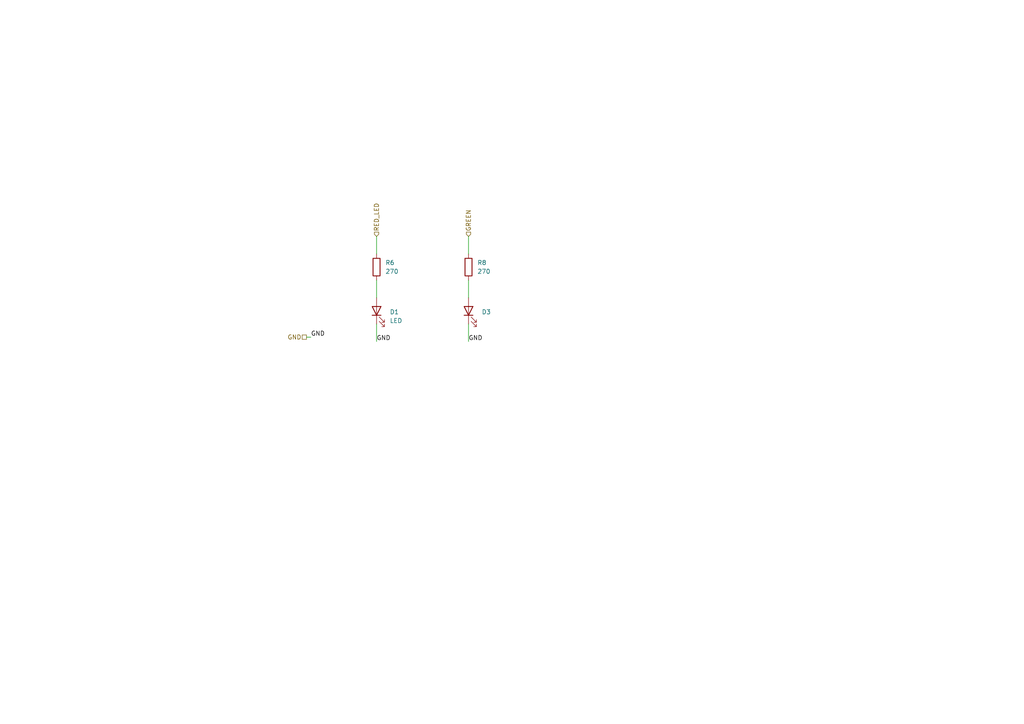
<source format=kicad_sch>
(kicad_sch (version 20231120) (generator "eeschema") (generator_version "8.0")
  (paper "A4")
  (title_block (title "LED interface") (date "2024-08-29") (rev "1.0") (company "Designed by CREPP-NLG"))
  (lib_symbols
    (symbol "Device:LED" (pin_numbers hide) (pin_names (offset 1.016) hide)
      (property "Reference" "D" (at 0 2.54 0))
      (property "Value" "LED" (at 0 -2.54 0))
      (symbol "LED_0_1"
        (polyline (pts (xy -1.27 -1.27) (xy -1.27 1.27)) (stroke (width 0.254)))
        (polyline (pts (xy -1.27 0) (xy 1.27 0)))
        (polyline (pts (xy 1.27 -1.27) (xy 1.27 1.27) (xy -1.27 0) (xy 1.27 -1.27)) (stroke (width 0.254)))
        (polyline (pts (xy -3.048 -0.762) (xy -4.572 -2.286) (xy -3.81 -2.286) (xy -4.572 -2.286) (xy -4.572 -1.524)))
        (polyline (pts (xy -1.778 -0.762) (xy -3.302 -2.286) (xy -2.54 -2.286) (xy -3.302 -2.286) (xy -3.302 -1.524)))
      )
      (symbol "LED_1_1"
        (pin passive line (at -3.81 0 0) (length 2.54) (name "K") (number "1"))
        (pin passive line (at 3.81 0 180) (length 2.54) (name "A") (number "2"))
      )
    )
    (symbol "Device:R" (pin_numbers hide) (pin_names (offset 0))
      (property "Reference" "R" (at 2.032 0 90))
      (property "Value" "R" (at 0 0 90))
      (symbol "R_0_1"
        (rectangle (start -1.016 -2.54) (end 1.016 2.54) (stroke (width 0.254)))
      )
      (symbol "R_1_1"
        (pin passive line (at 0 3.81 270) (length 1.27) (name "~") (number "1"))
        (pin passive line (at 0 -3.81 90) (length 1.27) (name "~") (number "2"))
      )
    )
  )
  (wire (pts (xy 135.89 68.58) (xy 135.89 73.66)))
  (wire (pts (xy 109.22 81.28) (xy 109.22 86.36)))
  (wire (pts (xy 109.22 68.58) (xy 109.22 73.66)))
  (wire (pts (xy 88.9 97.79) (xy 90.17 97.79)))
  (wire (pts (xy 109.22 93.98) (xy 109.22 99.06)))
  (wire (pts (xy 135.89 93.98) (xy 135.89 99.06)))
  (wire (pts (xy 135.89 81.28) (xy 135.89 86.36)))
  (label "GND" (at 109.22 99.06 0))
  (label "GND" (at 135.89 99.06 0))
  (label "GND" (at 90.17 97.79 0))
  (hierarchical_label "GREEN" (shape input) (at 135.89 68.58 90))
  (hierarchical_label "GND" (shape passive) (at 88.9 97.79 180))
  (hierarchical_label "RED_LED" (shape input) (at 109.22 68.58 90))
  (symbol (lib_id "Device:LED") (at 135.89 90.17 90) (unit 1)
    (property "Reference" "D3" (at 139.7 90.4874 90) (effects (justify right)))
    (property "Value" "LED" (effects (hide yes)))
    (property "Footprint" "LED_THT:LED_D5.0mm" (effects (hide yes)))
    (property "Description" "Light emitting diode" (effects (hide yes)))
  )
  (symbol (lib_id "Device:LED") (at 109.22 90.17 90) (unit 1)
    (property "Reference" "D1" (at 113.03 90.4874 90) (effects (justify right)))
    (property "Value" "LED" (at 113.03 93.0274 90) (effects (justify right)))
    (property "Footprint" "LED_THT:LED_D5.0mm" (effects (hide yes)))
    (property "Description" "Light emitting diode" (effects (hide yes)))
  )
  (symbol (lib_id "Device:R") (at 135.89 77.47 0) (unit 1)
    (property "Reference" "R8" (at 138.43 76.1999 0) (effects (justify left)))
    (property "Value" "270" (at 138.43 78.7399 0) (effects (justify left)))
    (property "Footprint" "Resistor_THT:R_Axial_DIN0207_L6.3mm_D2.5mm_P10.16mm_Horizontal" (effects (hide yes)))
    (property "Description" "Resistor" (effects (hide yes)))
  )
  (symbol (lib_id "Device:R") (at 109.22 77.47 0) (unit 1)
    (property "Reference" "R6" (at 111.76 76.1999 0) (effects (justify left)))
    (property "Value" "270" (at 111.76 78.7399 0) (effects (justify left)))
    (property "Footprint" "Resistor_THT:R_Axial_DIN0207_L6.3mm_D2.5mm_P10.16mm_Horizontal" (effects (hide yes)))
    (property "Description" "Resistor" (effects (hide yes)))
  )
)
</source>
